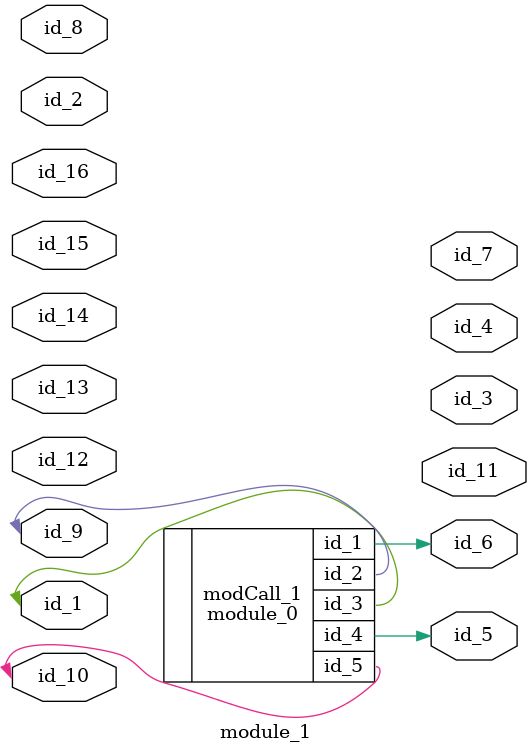
<source format=v>
module module_0 (
    id_1,
    id_2,
    id_3,
    id_4,
    id_5
);
  output wire id_5;
  output wire id_4;
  inout wire id_3;
  inout wire id_2;
  output wire id_1;
  wire id_6;
endmodule
module module_1 (
    id_1,
    id_2,
    id_3,
    id_4,
    id_5,
    id_6,
    id_7,
    id_8,
    id_9,
    id_10,
    id_11,
    id_12,
    id_13,
    id_14,
    id_15,
    id_16
);
  inout wire id_16;
  input wire id_15;
  inout wire id_14;
  inout wire id_13;
  inout wire id_12;
  output wire id_11;
  inout wire id_10;
  inout wire id_9;
  input wire id_8;
  output wire id_7;
  output wire id_6;
  output wire id_5;
  output wire id_4;
  output wire id_3;
  input wire id_2;
  inout wire id_1;
  module_0 modCall_1 (
      id_6,
      id_9,
      id_1,
      id_5,
      id_10
  );
endmodule

</source>
